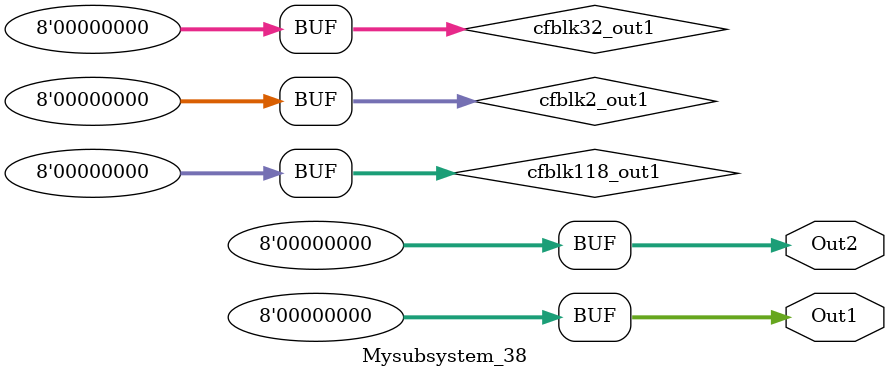
<source format=v>



`timescale 1 ns / 1 ns

module Mysubsystem_38
          (Out1,
           Out2);


  output  [7:0] Out1;  // uint8
  output  [7:0] Out2;  // uint8


  wire [7:0] cfblk2_out1;  // uint8
  wire [7:0] cfblk118_out1;  // uint8
  wire [7:0] cfblk32_out1;  // uint8


  assign cfblk2_out1 = 8'b00000000;



  assign cfblk118_out1 = (cfblk2_out1 > 8'b00000000 ? 8'b00000001 :
              8'b00000000);



  assign cfblk32_out1 = (cfblk118_out1 > 8'b00000000 ? 8'b00000001 :
              8'b00000000);



  assign Out1 = cfblk32_out1;

  assign Out2 = cfblk118_out1;

endmodule  // Mysubsystem_38


</source>
